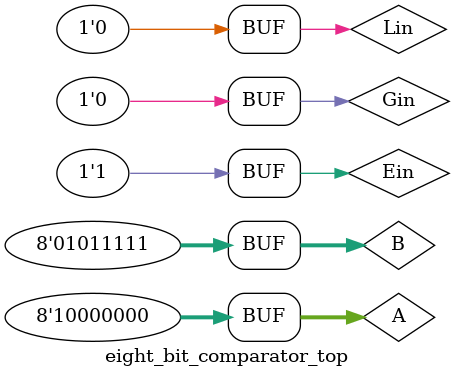
<source format=v>
module eight_bit_comparator_top;

    // Inputs
    reg [7:0] A;
    reg [7:0] B;
    reg Lin;
    reg Ein;
    reg Gin;

    // Outputs
    wire Less;
    wire Equal;
    wire Greater;

    // Instantion of the 8-bit comparator
    eight_bit_comparator COMPARATOR (A, B, Lin, Ein, Gin, Less, Equal, Greater);

    // Initialising the inputs
    initial begin
        Lin = 0; Ein = 1; Gin = 0; // Set Ein as 1 in inputs, as for MSB, comparison hasn't started so Lin,Gin=0 and Ein=1
        A = 1; B = 1; 
        #1 
        $display("\n");
        A = 12; B = 18; 
        #1 
        $display("\n");
        A = 18; B = 15; 
        #1
        $display("\n");
        A = 0; B = 0; 
        #1
        $display("\n");
        A = 64; B = 0;
        #1
        $display("\n");
        A = 43; B = 94;
        #1
        $display("\n");
        A = 255; B = 65;
        #1
        $display("\n");
        A = 255; B = 255;
        #1
        $display("\n");
        A = 5; B = 95;
        #1
        $display("\n");
        A = 128; B = 95;
    end

    // Displaying the final output
    always @ (A or B or Less or Equal or Greater) begin
        $display("<%d>: Input_A = %b, Input_B = %b, Lin = %b, Ein = %b, Gin = %b, Less = %b, Equal = %b, Greater = %b",$time,A,B,Lin,Ein,Gin,Less,Equal,Greater);
    end

endmodule

</source>
